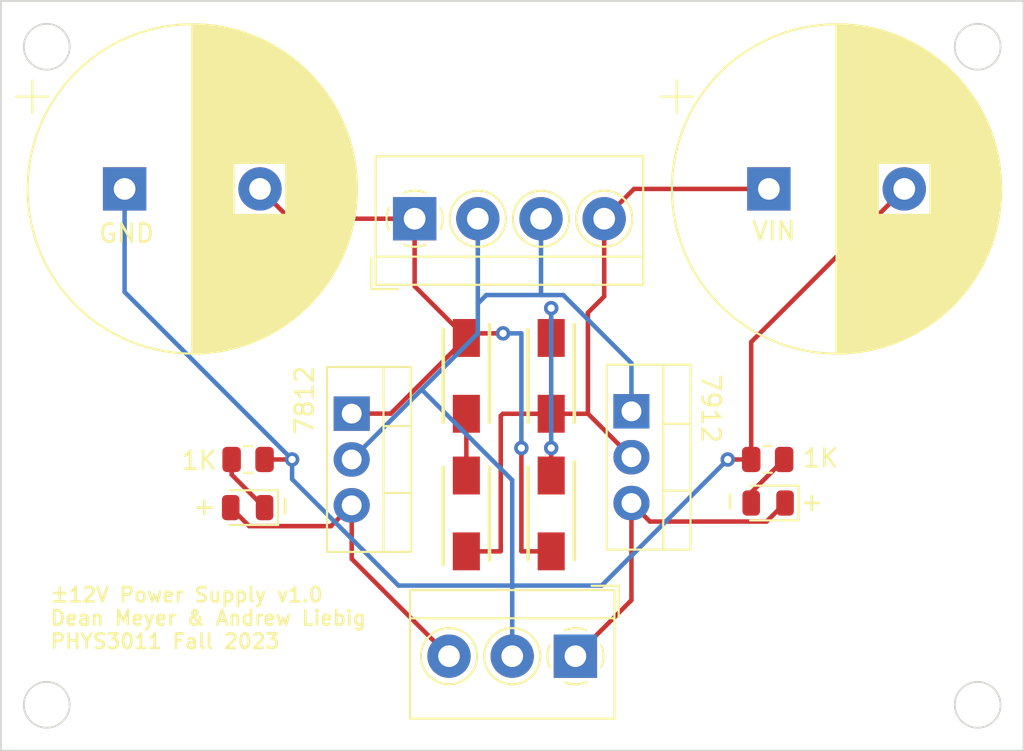
<source format=kicad_pcb>
(kicad_pcb (version 20221018) (generator pcbnew)
  (layers (0 "F.Cu" signal) (31 "B.Cu" signal) (34 "B.Paste" user) (35 "F.Paste" user) (36 "B.SilkS" user "B.Silkscreen") (37 "F.SilkS" user "F.Silkscreen") (38 "B.Mask" user) (39 "F.Mask" user) (44 "Edge.Cuts" user))
  (net 0 "")
  (net 1 "/GND")
  (net 2 "Net-(D5-K)")
  (net 3 "/+12V")
  (net 4 "/-12V")
  (net 5 "Net-(D6-A)")
  (net 6 "Net-(BR1-K)")
  (net 7 "Net-(BR1-A)")
  (net 8 "Net-(BR2-K)")
  (net 9 "Net-(BR3-K)")
  (footprint "Resistor_SMD:R_0805_2012Metric" (layer "F.Cu") (at 134.7235 70.866)
    (fp_text reference "R1" hide)
    (fp_text value "R" hide)
    (pad "1" smd roundrect (at -0.9125 0) (size 1.025 1.4) (layers "F.Cu" "F.Paste" "F.Mask") (roundrect_rratio 0.243902) (net 2 "Net-(D5-K)"))
    (pad "2" smd roundrect (at 0.9125 0) (size 1.025 1.4) (layers "F.Cu" "F.Paste" "F.Mask") (roundrect_rratio 0.243902) (net 1 "/GND"))
  )
  (footprint "Capacitor_THT:CP_Radial_D18.0mm_P7.50mm" (layer "F.Cu") (at 127.882 55.88)
    (fp_text reference "C1" hide)
    (fp_text value "C" hide)
    (pad "1" thru_hole rect (at 0 0) (size 2.4 2.4) (drill 1.2) (layers "*.Cu" "*.Mask") (net 1 "/GND"))
    (pad "2" thru_hole circle (at 7.5 0) (size 2.4 2.4) (drill 1.2) (layers "*.Cu" "*.Mask") (net 6 "Net-(BR1-K)"))
  )
  (footprint "LED_SMD:LED_0805_2012Metric" (layer "F.Cu") (at 163.5275 73.279 180)
    (fp_text reference "D6" hide)
    (fp_text value "LED" hide)
    (pad "1" smd roundrect (at -0.9375 0 180) (size 0.975 1.4) (layers "F.Cu" "F.Paste" "F.Mask") (net 4 "/-12V"))
    (pad "2" smd roundrect (at 0.9375 0 180) (size 0.975 1.4) (layers "F.Cu" "F.Paste" "F.Mask") (net 5 "Net-(D6-A)"))
  )
  (footprint "Resistor_SMD:R_0805_2012Metric" (layer "F.Cu") (at 163.5025 70.866)
    (fp_text reference "R2" hide)
    (fp_text value "R" hide)
    (pad "1" smd roundrect (at -0.9125 0) (size 1.025 1.4) (layers "F.Cu" "F.Paste" "F.Mask") (roundrect_rratio 0.243902) (net 1 "/GND"))
    (pad "2" smd roundrect (at 0.9125 0) (size 1.025 1.4) (layers "F.Cu" "F.Paste" "F.Mask") (roundrect_rratio 0.243902) (net 5 "Net-(D6-A)"))
  )
  (footprint "TerminalBlock_4Ucon:TerminalBlock_4Ucon_1x03_P3.50mm_Horizontal" (layer "F.Cu") (at 152.852 81.761 180)
    (fp_text reference "J2" hide)
    (fp_text value "Screw_Terminal_01x03" hide)
    (pad "1" thru_hole rect (at 0 0 180) (size 2.4 2.4) (drill 1.2) (layers "*.Cu" "*.Mask") (net 4 "/-12V"))
    (pad "2" thru_hole circle (at 3.5 0 180) (size 2.4 2.4) (drill 1.2) (layers "*.Cu" "*.Mask") (net 1 "/GND"))
    (pad "3" thru_hole circle (at 7 0 180) (size 2.4 2.4) (drill 1.2) (layers "*.Cu" "*.Mask") (net 3 "/+12V"))
  )
  (footprint "Diodes:DIOM5126X250N" (layer "F.Cu") (at 151.511 73.855 -90)
    (fp_text reference "BR4" hide)
    (fp_text value "ES1A" hide)
    (pad "1" smd rect (at -2.1 0) (size 1.5 2.1) (layers "F.Cu" "F.Paste" "F.Mask") (net 9 "Net-(BR3-K)"))
    (pad "2" smd rect (at 2.1 0) (size 1.5 2.1) (layers "F.Cu" "F.Paste" "F.Mask") (net 6 "Net-(BR1-K)"))
  )
  (footprint "Diodes:DIOM5126X250N" (layer "F.Cu") (at 146.812 66.235 -90)
    (fp_text reference "BR1" hide)
    (fp_text value "ES1A" hide)
    (pad "1" smd rect (at -2.1 0) (size 1.5 2.1) (layers "F.Cu" "F.Paste" "F.Mask") (net 6 "Net-(BR1-K)"))
    (pad "2" smd rect (at 2.1 0) (size 1.5 2.1) (layers "F.Cu" "F.Paste" "F.Mask") (net 7 "Net-(BR1-A)"))
  )
  (footprint "Diodes:DIOM5126X250N" (layer "F.Cu") (at 146.812 73.855 90)
    (fp_text reference "BR2" hide)
    (fp_text value "ES1A" hide)
    (pad "1" smd rect (at -2.1 0 180) (size 1.5 2.1) (layers "F.Cu" "F.Paste" "F.Mask") (net 8 "Net-(BR2-K)"))
    (pad "2" smd rect (at 2.1 0 180) (size 1.5 2.1) (layers "F.Cu" "F.Paste" "F.Mask") (net 7 "Net-(BR1-A)"))
  )
  (footprint "Diodes:DIOM5126X250N" (layer "F.Cu") (at 151.511 66.235 -90)
    (fp_text reference "BR3" hide)
    (fp_text value "ES1A" hide)
    (pad "1" smd rect (at -2.1 0) (size 1.5 2.1) (layers "F.Cu" "F.Paste" "F.Mask") (net 9 "Net-(BR3-K)"))
    (pad "2" smd rect (at 2.1 0) (size 1.5 2.1) (layers "F.Cu" "F.Paste" "F.Mask") (net 8 "Net-(BR2-K)"))
  )
  (footprint "Capacitor_THT:CP_Radial_D18.0mm_P7.50mm" (layer "F.Cu") (at 163.569 55.88)
    (fp_text reference "C2" hide)
    (fp_text value "C" hide)
    (pad "1" thru_hole rect (at 0 0) (size 2.4 2.4) (drill 1.2) (layers "*.Cu" "*.Mask") (net 8 "Net-(BR2-K)"))
    (pad "2" thru_hole circle (at 7.5 0) (size 2.4 2.4) (drill 1.2) (layers "*.Cu" "*.Mask") (net 1 "/GND"))
  )
  (footprint "Package_TO_SOT_THT:TO-220-3_Vertical" (layer "F.Cu") (at 140.462 68.326 -90)
    (fp_text reference "U1" hide)
    (fp_text value "LM7812_TO220" hide)
    (pad "1" thru_hole rect (at 0 0 270) (size 1.905 2) (drill 1.1) (layers "*.Cu" "*.Mask") (net 6 "Net-(BR1-K)"))
    (pad "2" thru_hole oval (at 2.54 0 270) (size 1.905 2) (drill 1.1) (layers "*.Cu" "*.Mask") (net 1 "/GND"))
    (pad "3" thru_hole oval (at 5.08 0 270) (size 1.905 2) (drill 1.1) (layers "*.Cu" "*.Mask") (net 3 "/+12V"))
  )
  (footprint "LED_SMD:LED_0805_2012Metric" (layer "F.Cu") (at 134.6985 73.533 180)
    (fp_text reference "D5" hide)
    (fp_text value "LED" hide)
    (pad "1" smd roundrect (at -0.9375 0 180) (size 0.975 1.4) (layers "F.Cu" "F.Paste" "F.Mask") (net 2 "Net-(D5-K)"))
    (pad "2" smd roundrect (at 0.9375 0 180) (size 0.975 1.4) (layers "F.Cu" "F.Paste" "F.Mask") (net 3 "/+12V"))
  )
  (footprint "Package_TO_SOT_THT:TO-220-3_Vertical" (layer "F.Cu") (at 155.956 68.199 -90)
    (fp_text reference "U2" hide)
    (fp_text value "LM7912_TO220" hide)
    (pad "1" thru_hole rect (at 0 0 270) (size 1.905 2) (drill 1.1) (layers "*.Cu" "*.Mask") (net 1 "/GND"))
    (pad "2" thru_hole oval (at 2.54 0 270) (size 1.905 2) (drill 1.1) (layers "*.Cu" "*.Mask") (net 8 "Net-(BR2-K)"))
    (pad "3" thru_hole oval (at 5.08 0 270) (size 1.905 2) (drill 1.1) (layers "*.Cu" "*.Mask") (net 4 "/-12V"))
  )
  (footprint "TerminalBlock_4Ucon:TerminalBlock_4Ucon_1x04_P3.50mm_Horizontal" (layer "F.Cu") (at 143.947 57.531)
    (fp_text reference "J1" hide)
    (fp_text value "Screw_Terminal_01x04" hide)
    (pad "1" thru_hole rect (at 0 0) (size 2.4 2.4) (drill 1.2) (layers "*.Cu" "*.Mask") (net 6 "Net-(BR1-K)"))
    (pad "2" thru_hole circle (at 3.5 0) (size 2.4 2.4) (drill 1.2) (layers "*.Cu" "*.Mask") (net 1 "/GND"))
    (pad "3" thru_hole circle (at 7 0) (size 2.4 2.4) (drill 1.2) (layers "*.Cu" "*.Mask") (net 1 "/GND"))
    (pad "4" thru_hole circle (at 10.5 0) (size 2.4 2.4) (drill 1.2) (layers "*.Cu" "*.Mask") (net 8 "Net-(BR2-K)"))
  )
  (gr_circle (center 175.133 84.455) (end 175.133 85.725) (stroke (width 0.1)) (fill none) (layer "Edge.Cuts"))
  (gr_circle (center 123.571 84.455) (end 123.571 85.725) (stroke (width 0.1)) (fill none) (layer "Edge.Cuts"))
  (gr_circle (center 123.571 48.006) (end 123.571 46.736) (stroke (width 0.1)) (fill none) (layer "Edge.Cuts"))
  (gr_rect (start 121.031 45.466) (end 177.673 86.995) (stroke (width 0.1)) (fill none) (layer "Edge.Cuts"))
  (gr_circle (center 175.133 48.006) (end 175.133 46.736) (stroke (width 0.1)) (fill none) (layer "Edge.Cuts"))
  (gr_text "VIN" (at 162.56 58.801) (layer "F.SilkS") (effects (font (size 1 1)) (justify left bottom)))
  (gr_text "-" (at 161.925 73.914 90) (layer "F.SilkS") (effects (font (size 1 1)) (justify left bottom)))
  (gr_text "-" (at 137.287 74.168 90) (layer "F.SilkS") (effects (font (size 1 1)) (justify left bottom)))
  (gr_text "±12V Power Supply v1.0\nDean Meyer & Andrew Liebig\nPHYS3011 Fall 2023\n" (at 123.698 81.407) (layer "F.SilkS") (effects (font (size 0.8 0.8) (thickness 0.15) bold) (justify left bottom)))
  (gr_text "+" (at 165.227 73.787) (layer "F.SilkS") (effects (font (size 1 1)) (justify left bottom)))
  (gr_text "+" (at 131.572 74.041) (layer "F.SilkS") (effects (font (size 1 1)) (justify left bottom)))
  (gr_text "1K" (at 165.354 71.374) (layer "F.SilkS") (effects (font (size 1 1)) (justify left bottom)))
  (gr_text "7912" (at 159.766 66.04 -90) (layer "F.SilkS") (effects (font (size 1 1)) (justify left bottom)))
  (gr_text "GND" (at 126.365 58.928) (layer "F.SilkS") (effects (font (size 1 1)) (justify left bottom)))
  (gr_text "1K" (at 130.937 71.501) (layer "F.SilkS") (effects (font (size 1 1)) (justify left bottom)))
  (gr_text "7812" (at 138.43 69.596 90) (layer "F.SilkS") (effects (font (size 1 1)) (justify left bottom)))
  (segment (start 162.59 70.866) (end 161.29 70.866) (width 0.25) (layer "F.Cu") (net 1))
  (segment (start 162.59 64.359) (end 162.59 70.866) (width 0.25) (layer "F.Cu") (net 1))
  (segment (start 171.069 55.88) (end 162.59 64.359) (width 0.25) (layer "F.Cu") (net 1))
  (segment (start 135.636 70.866) (end 137.16 70.866) (width 0.25) (layer "F.Cu") (net 1))
  (via (at 137.16 70.866) (size 0.8) (drill 0.4) (layers "F.Cu" "B.Cu") (net 1))
  (via (at 161.29 70.866) (size 0.8) (drill 0.4) (layers "F.Cu" "B.Cu") (net 1))
  (segment (start 147.918 61.759) (end 151.003 61.759) (width 0.25) (layer "B.Cu") (net 1))
  (segment (start 154.305 77.851) (end 149.352 77.851) (width 0.25) (layer "B.Cu") (net 1))
  (segment (start 161.29 70.866) (end 154.305 77.851) (width 0.25) (layer "B.Cu") (net 1))
  (segment (start 152.183 61.759) (end 155.956 65.532) (width 0.25) (layer "B.Cu") (net 1))
  (segment (start 147.447 63.881) (end 144.3355 66.9925) (width 0.25) (layer "B.Cu") (net 1))
  (segment (start 127.882 55.88) (end 127.882 61.588) (width 0.25) (layer "B.Cu") (net 1))
  (segment (start 127.882 61.588) (end 137.16 70.866) (width 0.25) (layer "B.Cu") (net 1))
  (segment (start 144.3355 66.9925) (end 140.462 70.866) (width 0.25) (layer "B.Cu") (net 1))
  (segment (start 137.16 71.958158) (end 143.052842 77.851) (width 0.25) (layer "B.Cu") (net 1))
  (segment (start 149.352 77.851) (end 149.352 81.761) (width 0.25) (layer "B.Cu") (net 1))
  (segment (start 144.3355 66.9925) (end 149.352 72.009) (width 0.25) (layer "B.Cu") (net 1))
  (segment (start 147.447 62.23) (end 147.447 63.881) (width 0.25) (layer "B.Cu") (net 1))
  (segment (start 150.947 57.531) (end 150.947 61.703) (width 0.25) (layer "B.Cu") (net 1))
  (segment (start 147.447 62.23) (end 147.918 61.759) (width 0.25) (layer "B.Cu") (net 1))
  (segment (start 155.956 65.532) (end 155.956 68.199) (width 0.25) (layer "B.Cu") (net 1))
  (segment (start 143.052842 77.851) (end 149.352 77.851) (width 0.25) (layer "B.Cu") (net 1))
  (segment (start 137.16 70.866) (end 137.16 71.958158) (width 0.25) (layer "B.Cu") (net 1))
  (segment (start 149.352 72.009) (end 149.352 77.851) (width 0.25) (layer "B.Cu") (net 1))
  (segment (start 147.447 57.531) (end 147.447 62.23) (width 0.25) (layer "B.Cu") (net 1))
  (segment (start 150.947 61.703) (end 151.003 61.759) (width 0.25) (layer "B.Cu") (net 1))
  (segment (start 151.003 61.759) (end 152.183 61.759) (width 0.25) (layer "B.Cu") (net 1))
  (segment (start 133.811 71.708) (end 133.811 70.866) (width 0.25) (layer "F.Cu") (net 2))
  (segment (start 135.636 73.533) (end 133.811 71.708) (width 0.25) (layer "F.Cu") (net 2))
  (segment (start 139.31 74.558) (end 134.786 74.558) (width 0.25) (layer "F.Cu") (net 3))
  (segment (start 140.462 76.371) (end 145.852 81.761) (width 0.25) (layer "F.Cu") (net 3))
  (segment (start 140.462 73.406) (end 139.31 74.558) (width 0.25) (layer "F.Cu") (net 3))
  (segment (start 134.786 74.558) (end 133.761 73.533) (width 0.25) (layer "F.Cu") (net 3))
  (segment (start 140.462 73.406) (end 140.462 76.371) (width 0.25) (layer "F.Cu") (net 3))
  (segment (start 155.956 73.279) (end 156.981 74.304) (width 0.25) (layer "F.Cu") (net 4))
  (segment (start 163.44 74.304) (end 164.465 73.279) (width 0.25) (layer "F.Cu") (net 4))
  (segment (start 156.981 74.304) (end 163.44 74.304) (width 0.25) (layer "F.Cu") (net 4))
  (segment (start 155.956 78.657) (end 152.852 81.761) (width 0.25) (layer "F.Cu") (net 4))
  (segment (start 155.956 73.279) (end 155.956 78.657) (width 0.25) (layer "F.Cu") (net 4))
  (segment (start 162.59 72.691) (end 164.415 70.866) (width 0.25) (layer "F.Cu") (net 5))
  (segment (start 162.59 73.279) (end 162.59 72.691) (width 0.25) (layer "F.Cu") (net 5))
  (segment (start 151.511 75.955) (end 149.869 75.955) (width 0.25) (layer "F.Cu") (net 6))
  (segment (start 142.621 68.326) (end 146.812 64.135) (width 0.25) (layer "F.Cu") (net 6))
  (segment (start 143.947 61.27) (end 146.812 64.135) (width 0.25) (layer "F.Cu") (net 6))
  (segment (start 149.86 75.946) (end 149.86 70.231) (width 0.25) (layer "F.Cu") (net 6))
  (segment (start 148.844 63.881) (end 147.066 63.881) (width 0.25) (layer "F.Cu") (net 6))
  (segment (start 147.066 63.881) (end 146.812 64.135) (width 0.25) (layer "F.Cu") (net 6))
  (segment (start 143.947 57.531) (end 143.947 61.27) (width 0.25) (layer "F.Cu") (net 6))
  (segment (start 149.869 75.955) (end 149.86 75.946) (width 0.25) (layer "F.Cu") (net 6))
  (segment (start 140.462 68.326) (end 142.621 68.326) (width 0.25) (layer "F.Cu") (net 6))
  (segment (start 143.947 57.531) (end 137.033 57.531) (width 0.25) (layer "F.Cu") (net 6))
  (segment (start 137.033 57.531) (end 135.382 55.88) (width 0.25) (layer "F.Cu") (net 6))
  (via (at 149.86 70.231) (size 0.8) (drill 0.4) (layers "F.Cu" "B.Cu") (net 6))
  (via (at 148.844 63.881) (size 0.8) (drill 0.4) (layers "F.Cu" "B.Cu") (net 6))
  (segment (start 149.86 70.231) (end 149.86 63.881) (width 0.25) (layer "B.Cu") (net 6))
  (segment (start 149.86 63.881) (end 148.844 63.881) (width 0.25) (layer "B.Cu") (net 6))
  (segment (start 146.812 68.335) (end 146.812 71.755) (width 0.25) (layer "F.Cu") (net 7))
  (segment (start 148.708 75.955) (end 148.717 75.946) (width 0.25) (layer "F.Cu") (net 8))
  (segment (start 148.835 68.335) (end 151.511 68.335) (width 0.25) (layer "F.Cu") (net 8))
  (segment (start 153.552 68.335) (end 155.956 70.739) (width 0.25) (layer "F.Cu") (net 8))
  (segment (start 156.098 55.88) (end 163.569 55.88) (width 0.25) (layer "F.Cu") (net 8))
  (segment (start 154.447 57.531) (end 154.447 61.834) (width 0.25) (layer "F.Cu") (net 8))
  (segment (start 154.447 57.531) (end 156.098 55.88) (width 0.25) (layer "F.Cu") (net 8))
  (segment (start 153.543 68.326) (end 153.534 68.335) (width 0.25) (layer "F.Cu") (net 8))
  (segment (start 146.812 75.955) (end 148.708 75.955) (width 0.25) (layer "F.Cu") (net 8))
  (segment (start 153.534 68.335) (end 151.511 68.335) (width 0.25) (layer "F.Cu") (net 8))
  (segment (start 153.534 68.335) (end 153.552 68.335) (width 0.25) (layer "F.Cu") (net 8))
  (segment (start 148.717 68.453) (end 148.835 68.335) (width 0.25) (layer "F.Cu") (net 8))
  (segment (start 148.717 75.946) (end 148.717 68.453) (width 0.25) (layer "F.Cu") (net 8))
  (segment (start 153.543 62.738) (end 153.543 68.326) (width 0.25) (layer "F.Cu") (net 8))
  (segment (start 154.447 61.834) (end 153.543 62.738) (width 0.25) (layer "F.Cu") (net 8))
  (segment (start 151.511 71.755) (end 151.511 70.231) (width 0.25) (layer "F.Cu") (net 9))
  (segment (start 151.511 62.484) (end 151.511 64.135) (width 0.25) (layer "F.Cu") (net 9))
  (via (at 151.511 62.484) (size 0.8) (drill 0.4) (layers "F.Cu" "B.Cu") (net 9))
  (via (at 151.511 70.231) (size 0.8) (drill 0.4) (layers "F.Cu" "B.Cu") (net 9))
  (segment (start 151.511 70.231) (end 151.511 62.484) (width 0.25) (layer "B.Cu") (net 9))
)
</source>
